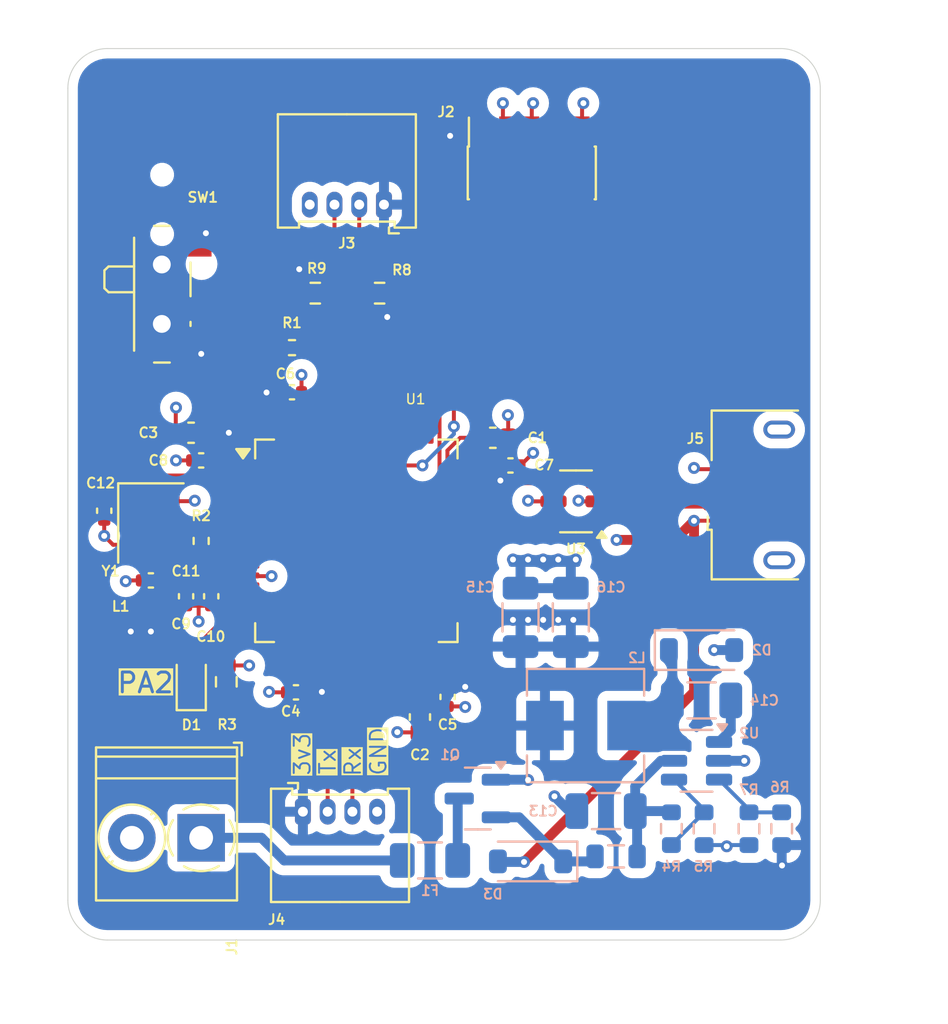
<source format=kicad_pcb>
(kicad_pcb (version 20240108) (generator "pcbnew") (generator_version "8.0")
  (layers (0 "F.Cu" signal) (1 "In1.Cu" power) (2 "In2.Cu" power) (31 "B.Cu" signal) (34 "B.Paste" user) (35 "F.Paste" user) (36 "B.SilkS" user "B.Silkscreen") (37 "F.SilkS" user "F.Silkscreen") (38 "B.Mask" user) (39 "F.Mask" user) (44 "Edge.Cuts" user))
  (net 0 "")
  (net 1 "GND")
  (net 2 "Net-(U1-VCAP_2)")
  (net 3 "Net-(U1-VCAP_1)")
  (net 4 "+3.3V")
  (net 5 "+3.3VA")
  (net 6 "Net-(C11-Pad1)")
  (net 7 "Net-(U1-PH0)")
  (net 8 "Net-(U2-IN)")
  (net 9 "Net-(U2-BST)")
  (net 10 "Net-(D1-K)")
  (net 11 "LED_STATUS")
  (net 12 "+5V")
  (net 13 "Net-(D3-K)")
  (net 14 "Net-(Q1-D)")
  (net 15 "+12V")
  (net 17 "NRST")
  (net 19 "SWO")
  (net 20 "SWCLK")
  (net 21 "SWDIO")
  (net 22 "I2C1_SCL")
  (net 23 "I2C1_SDA")
  (net 24 "UART3_RX")
  (net 25 "UART3_TX")
  (net 27 "/J5D+")
  (net 34 "/J5D-")
  (net 35 "/BOOT0")
  (net 36 "Net-(SW1-B)")
  (net 37 "Net-(U1-PH1)")
  (net 38 "Net-(U2-EN)")
  (net 39 "Net-(U2-FB)")
  (net 72 "USB_D-")
  (net 73 "USB_D+")
  (net 81 "SW_n")
  (footprint "Resistor_SMD:R_0603_1608Metric" (layer "F.Cu") (at 147.495 89.3475 180)
    (property "Reference" "R9")
    (property "Value" "2K2")
  )
  (footprint "Connector_Molex:Molex_PicoBlade_53048-0410_1x04_P1.25mm_Horizontal" (layer "F.Cu") (at 150.965 84.8775 180)
    (property "Reference" "J3")
    (property "Value" "Conn_01x04")
  )
  (footprint "Capacitor_SMD:C_0402_1005Metric" (layer "F.Cu") (at 141.732 97.79 180)
    (property "Reference" "C8")
    (property "Value" "100n")
  )
  (footprint "Connector_USB:USB_Micro-B_Amphenol_10118193-0001LF_Horizontal" (layer "F.Cu") (at 170.925 99.5325 90)
    (property "Reference" "J5")
    (property "Value" "USB_B_Micro")
  )
  (footprint "Crystal:Crystal_SMD_3225-4Pin_3.2x2.5mm" (layer "F.Cu") (at 139.192 100.9475 -90)
    (property "Reference" "Y1")
    (property "Value" "16 MHz")
  )
  (footprint "Capacitor_SMD:C_0402_1005Metric" (layer "F.Cu") (at 142.24 104.648 -90)
    (property "Reference" "C10")
    (property "Value" "100n")
  )
  (footprint "Resistor_SMD:R_0402_1005Metric" (layer "F.Cu") (at 141.732 101.854 -90)
    (property "Reference" "R2")
    (property "Value" "47")
  )
  (footprint "Capacitor_SMD:C_0402_1005Metric" (layer "F.Cu") (at 136.836 100.33 -90)
    (property "Reference" "C12")
    (property "Value" "10p")
  )
  (footprint "LED_SMD:LED_0603_1608Metric" (layer "F.Cu") (at 141.232 108.911 90)
    (property "Reference" "D1")
    (property "Value" "BLUE")
  )
  (footprint "Button_Switch_SMD:SW_SPDT_PCM12" (layer "F.Cu") (at 140.075 89.4 -90)
    (property "Reference" "SW1")
    (property "Value" "SW_SPDT")
  )
  (footprint "Capacitor_SMD:C_0603_1608Metric" (layer "F.Cu") (at 141.224 96.393 180)
    (property "Reference" "C3")
    (property "Value" "4u7")
  )
  (footprint "Inductor_SMD:L_0402_1005Metric" (layer "F.Cu") (at 139.215 105.156)
    (property "Reference" "L1")
    (property "Value" "39n")
  )
  (footprint "Connector_PinSocket_1.27mm:PinSocket_2x05_P1.27mm_Vertical_SMD" (layer "F.Cu") (at 158.43 83.2775 90)
    (property "Reference" "J2")
    (property "Value" "Conn_02x05_Odd_Even")
  )
  (footprint "Connector_Molex:Molex_PicoBlade_53048-0410_1x04_P1.25mm_Horizontal" (layer "F.Cu") (at 146.87 115.521)
    (property "Reference" "J4")
    (property "Value" "Conn_01x04")
  )
  (footprint "Capacitor_SMD:C_0402_1005Metric" (layer "F.Cu") (at 154.178 109.728 -90)
    (property "Reference" "C5")
    (property "Value" "100n")
  )
  (footprint "Resistor_SMD:R_0603_1608Metric" (layer "F.Cu") (at 143.002 108.966 90)
    (property "Reference" "R3")
    (property "Value" "1K5")
  )
  (footprint "Capacitor_SMD:C_0402_1005Metric" (layer "F.Cu") (at 146.32 94.3475)
    (property "Reference" "C6")
    (property "Value" "100n")
  )
  (footprint "Package_QFP:LQFP-64_10x10mm_P0.5mm" (layer "F.Cu") (at 149.57 101.8475)
    (property "Reference" "U1")
    (property "Value" "STM32F405RG6")
  )
  (footprint "Capacitor_SMD:C_0402_1005Metric" (layer "F.Cu") (at 146.52 109.4975 180)
    (property "Reference" "C4")
    (property "Value" "100n")
  )
  (footprint "Capacitor_SMD:C_0402_1005Metric" (layer "F.Cu") (at 157.353 98.044)
    (property "Reference" "C7")
    (property "Value" "100n")
  )
  (footprint "Capacitor_SMD:C_0603_1608Metric" (layer "F.Cu") (at 156.464 96.647)
    (property "Reference" "C1")
    (property "Value" "2u2")
  )
  (footprint "Capacitor_SMD:C_0402_1005Metric" (layer "F.Cu") (at 140.97 104.648 -90)
    (property "Reference" "C9")
    (property "Value" "1u")
  )
  (footprint "Package_TO_SOT_SMD:SOT-23-6" (layer "F.Cu") (at 160.6625 99.8575 180)
    (property "Reference" "U3")
    (property "Value" "USBLC6-2SC6")
  )
  (footprint "Capacitor_SMD:C_0402_1005Metric" (layer "F.Cu") (at 139.192 103.8475 180)
    (property "Reference" "C11")
    (property "Value" "10p")
  )
  (footprint "TerminalBlock_Phoenix:TerminalBlock_Phoenix_PT-1,5-2-3.5-H_1x02_P3.50mm_Horizontal" (layer "F.Cu") (at 141.732 116.84 180)
    (property "Reference" "J1")
    (property "Value" "12V")
  )
  (footprint "Resistor_SMD:R_0603_1608Metric" (layer "F.Cu") (at 150.745 89.3475)
    (property "Reference" "R8")
    (property "Value" "2K2")
  )
  (footprint "Capacitor_SMD:C_0603_1608Metric" (layer "F.Cu") (at 152.781 110.744 -90)
    (property "Reference" "C2")
    (property "Value" "2u2")
  )
  (footprint "Resistor_SMD:R_0402_1005Metric" (layer "F.Cu") (at 146.32 92.0975 180)
    (property "Reference" "R1")
    (property "Value" "R_Small")
  )
  (footprint "Resistor_SMD:R_0603_1608Metric" (layer "B.Cu") (at 165.481 116.381 90)
    (property "Reference" "R4")
    (property "Value" "100k")
  )
  (footprint "Capacitor_SMD:C_1206_3216Metric" (layer "B.Cu") (at 160.401 105.713 90)
    (property "Reference" "C16")
    (property "Value" "10u")
  )
  (footprint "Resistor_SMD:R_0603_1608Metric" (layer "B.Cu") (at 169.4 116.381 90)
    (property "Reference" "R7")
    (property "Value" "100k")
  )
  (footprint "Inductor_SMD:L_Sunlord_MWSA0518S" (layer "B.Cu") (at 161.145 111.174 180)
    (property "Reference" "L2")
    (property "Value" "10u")
  )
  (footprint "Capacitor_SMD:C_1206_3216Metric" (layer "B.Cu") (at 157.861 105.713 90)
    (property "Reference" "C15")
    (property "Value" "10u")
  )
  (footprint "Capacitor_SMD:C_1206_3216Metric" (layer "B.Cu") (at 162.179 115.492 180)
    (property "Reference" "C13")
    (property "Value" "10u")
  )
  (footprint "Package_TO_SOT_SMD:SOT-23-6" (layer "B.Cu") (at 166.751 112.952 180)
    (property "Reference" "U2")
    (property "Value" "MP2359DJ-LF-Z")
  )
  (footprint "Capacitor_SMD:C_1206_3216Metric" (layer "B.Cu") (at 167.005 109.904 180)
    (property "Reference" "C14")
    (property "Value" "10u")
  )
  (footprint "Resistor_SMD:R_0603_1608Metric" (layer "B.Cu") (at 171.051 116.381 -90)
    (property "Reference" "R6")
    (property "Value" "100k")
  )
  (footprint "Inductor_SMD:L_0805_2012Metric" (layer "B.Cu") (at 162.687 117.778)
    (property "Reference" "FB1")
    (property "Value" "600 @ 600 MHz")
  )
  (footprint "Diode_SMD:D_SOD-123" (layer "B.Cu") (at 158.369 118.032 180)
    (property "Reference" "D3")
    (property "Value" "B5819W")
  )
  (footprint "Diode_SMD:D_SOD-123" (layer "B.Cu") (at 167.005 107.364)
    (property "Reference" "D2")
    (property "Value" "B5819W")
  )
  (footprint "Fuse:Fuse_1206_3216Metric" (layer "B.Cu") (at 153.289 117.983 180)
    (property "Reference" "F1")
    (property "Value" "250mA")
  )
  (footprint "Package_TO_SOT_SMD:SOT-23" (layer "B.Cu") (at 155.702 114.857 180)
    (property "Reference" "Q1")
    (property "Value" "AO3401A")
  )
  (footprint "Resistor_SMD:R_0603_1608Metric" (layer "B.Cu") (at 167.132 116.381 90)
    (property "Reference" "R5")
    (property "Value" "68k")
  )
  (gr_line (start 173 79) (end 173 120) (stroke (width 0.05)) (layer "Edge.Cuts"))
  (gr_line (start 171 77) (end 137 77) (stroke (width 0.05)) (layer "Edge.Cuts"))
  (gr_line (start 135 79) (end 135 120) (stroke (width 0.05)) (layer "Edge.Cuts"))
  (gr_arc (start 137 122) (mid 135.585786 121.414214) (end 135 120) (stroke (width 0.05)) (layer "Edge.Cuts"))
  (gr_arc (start 135 79) (mid 135.585786 77.585786) (end 137 77) (stroke (width 0.05)) (layer "Edge.Cuts"))
  (gr_arc (start 173 120) (mid 172.414214 121.414214) (end 171 122) (stroke (width 0.05)) (layer "Edge.Cuts"))
  (gr_arc (start 171 77) (mid 172.414214 77.585786) (end 173 79) (stroke (width 0.05)) (layer "Edge.Cuts"))
  (gr_line (start 137 122) (end 171 122) (stroke (width 0.05)) (layer "Edge.Cuts"))
  (gr_text "GND" (at 151.15 113.76 90) (layer "F.SilkS" knockout) (effects (font (size 0.8 0.8) (thickness 0.1)) (justify left bottom)))
  (gr_text "3v3" (at 147.31 113.75 90) (layer "F.SilkS" knockout) (effects (font (size 0.8 0.8) (thickness 0.1)) (justify left bottom)))
  (gr_text "Rx" (at 149.86 113.8 90) (layer "F.SilkS" knockout) (effects (font (size 0.8 0.8) (thickness 0.1)) (justify left bottom)))
  (gr_text "Tx" (at 148.59 113.7 90) (layer "F.SilkS" knockout) (effects (font (size 0.8 0.8) (thickness 0.1)) (justify left bottom)))
  (gr_text "PA2" (at 137.414 109.601 0) (layer "F.SilkS" knockout) (effects (font (size 1 1)) (justify left bottom)))
  (segment (start 141.735349 92.411198) (end 141.735349 91.880349) (width 0.2) (layer "F.Cu") (net 1))
  (segment (start 141.3825 99.8475) (end 140.042 99.8475) (width 0.2) (layer "F.Cu") (net 1))
  (segment (start 137.2835 102.0475) (end 136.836 101.6) (width 0.2) (layer "F.Cu") (net 1))
  (segment (start 161.8 99.8575) (end 160.82231 99.8575) (width 0.2) (layer "F.Cu") (net 1))
  (segment (start 158.43 80.7225) (end 158.43 81.4775) (width 0.2) (layer "F.Cu") (net 1))
  (segment (start 156.972 80.5345) (end 157.16 80.7225) (width 0.2) (layer "F.Cu") (net 1))
  (segment (start 157.239 96.647) (end 157.239 95.517) (width 0.2) (layer "F.Cu") (net 1))
  (segment (start 146.32 109.2175) (end 146.32 107.5225) (width 0.2) (layer "F.Cu") (net 1))
  (segment (start 136.836 100.81) (end 136.836 101.6) (width 0.2) (layer "F.Cu") (net 1))
  (segment (start 144.157 108.141) (end 143.002 108.141) (width 0.2) (layer "F.Cu") (net 1))
  (segment (start 146.04 109.4975) (end 146.04 109.6775) (width 0.2) (layer "F.Cu") (net 1))
  (segment (start 145.288 103.632) (end 143.9295 103.632) (width 0.2) (layer "F.Cu") (net 1))
  (segment (start 160.97 79.822) (end 161.036 79.756) (width 0.2) (layer "F.Cu") (net 1))
  (segment (start 138.712 103.8475) (end 137.9605 103.8475) (width 0.2) (layer "F.Cu") (net 1))
  (segment (start 140.97 105.128) (end 141.732 105.128) (width 0.2) (layer "F.Cu") (net 1))
  (segment (start 141.408 99.822) (end 141.3825 99.8475) (width 0.2) (layer "F.Cu") (net 1))
  (segment (start 157.16 80.7225) (end 157.16 81.4775) (width 0.2) (layer "F.Cu") (net 1))
  (segment (start 157.833 98.044) (end 157.861 98.044) (width 0.2) (layer "F.Cu") (net 1))
  (segment (start 166.6855 98.2325) (end 166.624 98.171) (width 0.2) (layer "F.Cu") (net 1))
  (segment (start 143.9295 103.632) (end 143.895 103.5975) (width 0.2) (layer "F.Cu") (net 1))
  (segment (start 138.082 101.8075) (end 138.092 101.7975) (width 0.2) (layer "F.Cu") (net 1))
  (segment (start 138.342 102.0475) (end 138.342 101.9475) (width 0.2) (layer "F.Cu") (net 1))
  (segment (start 146.04 109.4975) (end 146.32 109.2175) (width 0.2) (layer "F.Cu") (net 1))
  (segment (start 137.9605 103.8475) (end 137.922 103.886) (width 0.2) (layer "F.Cu") (net 1))
  (segment (start 155.039 110.208) (end 155.067 110.236) (width 0.2) (layer "F.Cu") (net 1))
  (segment (start 151.651 111.519) (end 151.638 111.506) (width 0.2) (layer "F.Cu") (net 1))
  (segment (start 146.32 96.1725) (end 146.32 94.8275) (width 0.2) (layer "F.Cu") (net 1))
  (segment (start 140.042 100.2475) (end 140.042 99.8475) (width 0.2) (layer "F.Cu") (net 1))
  (segment (start 158.43 81.4775) (end 158.43 79.822) (width 0.2) (layer "F.Cu") (net 1))
  (segment (start 152.781 111.519) (end 151.651 111.519) (width 0.2) (layer "F.Cu") (net 1))
  (segment (start 146.32 94.8275) (end 146.8 94.3475) (width 0.2) (layer "F.Cu") (net 1))
  (segment (start 138.342 101.9475) (end 140.042 100.2475) (width 0.2) (layer "F.Cu") (net 1))
  (segment (start 138.342 102.0475) (end 137.2835 102.0475) (width 0.2) (layer "F.Cu") (net 1))
  (segment (start 141.732 105.128) (end 142.24 105.128) (width 0.2) (layer "F.Cu") (net 1))
  (segment (start 141.735349 91.880349) (end 141.505 91.65) (width 0.2) (layer "F.Cu") (net 1))
  (segment (start 141.252 97.79) (end 140.462 97.79) (width 0.2) (layer "F.Cu") (net 1))
  (segment (start 157.239 95.517) (end 157.226 95.504) (width 0.2) (layer "F.Cu") (net 1))
  (segment (start 140.449 96.393) (end 140.449 95.136) (width 0.2) (layer "F.Cu") (net 1))
  (segment (start 141.605 105.128) (end 141.605 105.918) (width 0.2) (layer "F.Cu") (net 1))
  (segment (start 140.449 95.136) (end 140.462 95.123) (width 0.2) (layer "F.Cu") (net 1))
  (segment (start 146.04 109.4975) (end 145.1845 109.4975) (width 0.2) (layer "F.Cu") (net 1))
  (segment (start 160.82231 99.8575) (end 160.786425 99.821615) (width 0.2) (layer "F.Cu") (net 1))
  (segment (start 158.43 79.822) (end 158.496 79.756) (width 0.2) (layer "F.Cu") (net 1))
  (segment (start 157.861 98.044) (end 158.496 97.409) (width 0.2) (layer "F.Cu") (net 1))
  (segment (start 160.97 81.4775) (end 160.97 79.822) (width 0.2) (layer "F.Cu") (net 1))
  (segment (start 156.972 79.756) (end 156.972 80.5345) (width 0.2) (layer "F.Cu") (net 1))
  (segment (start 154.178 110.208) (end 155.039 110.208) (width 0.2) (layer "F.Cu") (net 1))
  (segment (start 145.1845 109.4975) (end 145.161 109.474) (width 0.2) (layer "F.Cu") (net 1))
  (segment (start 168.25 98.2325) (end 166.6855 98.2325) (width 0.2) (layer "F.Cu") (net 1))
  (segment (start 146.8 93.472) (end 146.8 94.3475) (width 0.2) (layer "F.Cu") (net 1))
  (via (at 141.735349 92.411198) (size 0.6) (drill 0.3) (layers "F.Cu" "B.Cu") (net 1))
  (via (at 159.004 102.792) (size 0.6) (drill 0.3) (layers "F.Cu" "B.Cu") (net 1))
  (via (at 159.766 102.792) (size 0.6) (drill 0.3) (layers "F.Cu" "B.Cu") (net 1))
  (via (at 136.836 101.6) (size 0.6) (drill 0.3) (layers "F.Cu" "B.Cu") (net 1))
  (via (at 158.496 97.409) (size 0.6) (drill 0.3) (layers "F.Cu" "B.Cu") (net 1))
  (via (at 169.164 112.952) (size 0.6) (drill 0.3) (layers "F.Cu" "B.Cu") (net 1))
  (via (at 161.036 79.756) (size 0.6) (drill 0.3) (layers "F.Cu" "B.Cu") (net 1))
  (via (at 168.275 117.27) (size 0.6) (drill 0.3) (layers "F.Cu" "B.Cu") (net 1))
  (via (at 144.157 108.141) (size 0.6) (drill 0.3) (layers "F.Cu" "B.Cu") (net 1))
  (via (at 140.462 95.123) (size 0.6) (drill 0.3) (layers "F.Cu" "B.Cu") (net 1))
  (via (at 145.161 109.474) (size 0.6) (drill 0.3) (layers "F.Cu" "B.Cu") (net 1))
  (via (at 166.624 98.171) (size 0.6) (drill 0.3) (layers "F.Cu" "B.Cu") (net 1))
  (via (at 140.462 97.79) (size 0.6) (drill 0.3) (layers "F.Cu" "B.Cu") (net 1))
  (via (at 158.496 79.756) (size 0.6) (drill 0.3) (layers "F.Cu" "B.Cu") (net 1))
  (via (at 137.922 103.886) (size 0.6) (drill 0.3) (layers "F.Cu" "B.Cu") (net 1))
  (via (at 145.288 103.632) (size 0.6) (drill 0.3) (layers "F.Cu" "B.Cu") (net 1))
  (via (at 167.64 107.364) (size 0.6) (drill 0.3) (layers "F.Cu" "B.Cu") (net 1))
  (via (at 151.638 111.506) (size 0.6) (drill 0.3) (layers "F.Cu" "B.Cu") (net 1))
  (via (at 155.067 110.236) (size 0.6) (drill 0.3) (layers "F.Cu" "B.Cu") (net 1))
  (via (at 157.226 95.504) (size 0.6) (drill 0.3) (layers "F.Cu" "B.Cu") (net 1))
  (via (at 146.8 93.472) (size 0.6) (drill 0.3) (layers "F.Cu" "B.Cu") (net 1))
  (via (at 160.655 102.792) (size 0.6) (drill 0.3) (layers "F.Cu" "B.Cu") (net 1))
  (via (at 141.605 105.918) (size 0.6) (drill 0.3) (layers "F.Cu" "B.Cu") (net 1))
  (via (at 159.5755 114.7445) (size 0.6) (drill 0.3) (layers "F.Cu" "B.Cu") (net 1))
  (via (at 158.242 113.919) (size 0.6) (drill 0.3) (layers "F.Cu" "B.Cu") (net 1))
  (via (at 141.408 99.822) (size 0.6) (drill 0.3) (layers "F.Cu" "B.Cu") (net 1))
  (via (at 160.786425 99.821615) (size 0.6) (drill 0.3) (layers "F.Cu" "B.Cu") (net 1))
  (via (at 156.972 79.756) (size 0.6) (drill 0.3) (layers "F.Cu" "B.Cu") (net 1))
  (via (at 157.48 102.792) (size 0.6) (drill 0.3) (layers "F.Cu" "B.Cu") (net 1))
  (via (at 158.242 102.792) (size 0.6) (drill 0.3) (layers "F.Cu" "B.Cu") (net 1))
  (segment (start 158.242 113.919) (end 158.23 113.907) (width 0.5) (layer "B.Cu") (net 1))
  (segment (start 158.23 113.907) (end 156.6395 113.907) (width 0.5) (layer "B.Cu") (net 1))
  (segment (start 167.8885 112.952) (end 169.164 112.952) (width 0.5) (layer "B.Cu") (net 1))
  (segment (start 169.4 117.206) (end 168.339 117.206) (width 0.2) (layer "B.Cu") (net 1))
  (segment (start 167.132 117.206) (end 168.211 117.206) (width 0.2) (layer "B.Cu") (net 1))
  (segment (start 158.254 113.907) (end 158.242 113.919) (width 0.5) (layer "B.Cu") (net 1))
  (segment (start 168.211 117.206) (end 168.275 117.27) (width 0.2) (layer "B.Cu") (net 1))
  (segment (start 167.64 107.364) (end 168.655 107.364) (width 0.5) (layer "B.Cu") (net 1))
  (segment (start 159.5755 114.7445) (end 160.323 115.492) (width 0.5) (layer "B.Cu") (net 1))
  (segment (start 168.339 117.206) (end 168.275 117.27) (width 0.2) (layer "B.Cu") (net 1))
  (segment (start 160.323 115.492) (end 160.704 115.492) (width 0.5) (layer "B.Cu") (net 1))
  (segment (start 154.813 96.647) (end 155.689 96.647) (width 0.2) (layer "F.Cu") (net 2))
  (segment (start 154.17 97.29) (end 154.813 96.647) (width 0.2) (layer "F.Cu") (net 2))
  (segment (start 154.43759 98.5975) (end 154.17 98.32991) (width 0.2) (layer "F.Cu") (net 2))
  (segment (start 154.17 98.32991) (end 154.17 97.29) (width 0.2) (layer "F.Cu") (net 2))
  (segment (start 155.245 98.5975) (end 154.43759 98.5975) (width 0.2) (layer "F.Cu") (net 2))
  (segment (start 152.781 109.969) (end 152.781 107.5615) (width 0.2) (layer "F.Cu") (net 3))
  (segment (start 152.781 107.5615) (end 152.82 107.5225) (width 0.2) (layer "F.Cu") (net 3))
  (segment (start 151.57 90.111) (end 151.13 90.551) (width 0.2) (layer "F.Cu") (net 4))
  (segment (start 153.32 108.39) (end 154.178 109.248) (width 0.2) (layer "F.Cu") (net 4))
  (segment (start 142.5195 98.0975) (end 142.212 97.79) (width 0.2) (layer "F.Cu") (net 4))
  (segment (start 156.845 98.806) (end 156.873 98.778) (width 0.2) (layer "F.Cu") (net 4))
  (segment (start 145.82 94.3675) (end 145.84 94.3475) (width 0.2) (layer "F.Cu") (net 4))
  (segment (start 147 109.4975) (end 147.8045 109.4975) (width 0.2) (layer "F.Cu") (net 4))
  (segment (start 154.3755 81.4775) (end 154.305 81.407) (width 0.2) (layer "F.Cu") (net 4))
  (segment (start 146.82 109.3175) (end 146.82 107.5225) (width 0.2) (layer "F.Cu") (net 4))
  (segment (start 145.84 94.3475) (end 145.0475 94.3475) (width 0.2) (layer "F.Cu") (net 4))
  (segment (start 147 109.4975) (end 146.82 109.3175) (width 0.2) (layer "F.Cu") (net 4))
  (segment (start 145.0475 94.3475) (end 145.034 94.361) (width 0.2) (layer "F.Cu") (net 4))
  (segment (start 154.178 109.248) (end 155.039 109.248) (width 0.2) (layer "F.Cu") (net 4))
  (segment (start 155.039 109.248) (end 155.067 109.22) (width 0.2) (layer "F.Cu") (net 4))
  (segment (start 145.82 96.1725) (end 145.82 94.3675) (width 0.2) (layer "F.Cu") (net 4))
  (segment (start 141.971 86.3205) (end 141.971 86.684) (width 0.2) (layer "F.Cu") (net 4))
  (segment (start 141.999 96.393) (end 143.129 96.393) (width 0.2) (layer "F.Cu") (net 4))
  (segment (start 156.873 98.778) (end 156.873 98.044) (width 0.2) (layer "F.Cu") (net 4))
  (segment (start 141.999 97.577) (end 142.212 97.79) (width 0.2) (layer "F.Cu") (net 4))
  (segment (start 146.67 88.153) (end 146.685 88.138) (width 0.2) (layer "F.Cu") (net 4))
  (segment (start 141.971 86.684) (end 141.505 87.15) (width 0.2) (layer "F.Cu") (net 4))
  (segment (start 153.32 107.5225) (end 153.32 108.39) (width 0.2) (layer "F.Cu") (net 4))
  (segment (start 143.895 98.0975) (end 142.5195 98.0975) (width 0.2) (layer "F.Cu") (net 4))
  (segment (start 151.57 89.3475) (end 151.57 90.111) (width 0.2) (layer "F.Cu") (net 4))
  (segment (start 155.89 81.4775) (end 154.3755 81.4775) (width 0.2) (layer "F.Cu") (net 4))
  (segment (start 147.8045 109.4975) (end 147.828 109.474) (width 0.2) (layer "F.Cu") (net 4))
  (segment (start 155.245 98.0975) (end 156.8195 98.0975) (width 0.2) (layer "F.Cu") (net 4))
  (segment (start 146.67 89.3475) (end 146.67 88.153) (width 0.2) (layer "F.Cu") (net 4))
  (segment (start 141.999 96.393) (end 141.999 97.577) (width 0.2) (layer "F.Cu") (net 4))
  (segment (start 156.8195 98.0975) (end 156.873 98.044) (width 0.2) (layer "F.Cu") (net 4))
  (segment (start 155.19 98.0425) (end 155.245 98.0975) (width 0.2) (layer "F.Cu") (net 4))
  (via (at 138.176 106.426) (size 0.6) (drill 0.3) (layers "F.Cu" "B.Cu") (net 4))
  (via (at 147.828 109.474) (size 0.6) (drill 0.3) (layers "F.Cu" "B.Cu") (net 4))
  (via (at 158.242 105.84) (size 0.6) (drill 0.3) (layers "F.Cu" "B.Cu") (net 4))
  (via (at 171.069 118.237) (size 0.6) (drill 0.3) (layers "F.Cu" "B.Cu") (net 4))
  (via (at 157.48 105.84) (size 0.6) (drill 0.3) (layers "F.Cu" "B.Cu") (net 4))
  (via (at 160.528 105.84) (size 0.6) (drill 0.3) (layers "F.Cu" "B.Cu") (net 4))
  (via (at 154.305 81.407) (size 0.6) (drill 0.3) (layers "F.Cu" "B.Cu") (net 4))
  (via (at 141.971 86.3205) (size 0.6) (drill 0.3) (layers "F.Cu" "B.Cu") (net 4))
  (via (at 159.766 105.84) (size 0.6) (drill 0.3) (layers "F.Cu" "B.Cu") (net 4))
  (via (at 143.129 96.393) (size 0.6) (drill 0.3) (layers "F.Cu" "B.Cu") (net 4))
  (via (at 155.067 109.22) (size 0.6) (drill 0.3) (layers "F.Cu" "B.Cu") (net 4))
  (via (at 151.13 90.551) (size 0.6) (drill 0.3) (layers "F.Cu" "B.Cu") (net 4))
  (via (at 159.004 105.84) (size 0.6) (drill 0.3) (layers "F.Cu" "B.Cu") (net 4))
  (via (at 146.685 88.138) (size 0.6) (drill 0.3) (layers "F.Cu" "B.Cu") (net 4))
  (via (at 156.845 98.806) (size 0.6) (drill 0.3) (layers "F.Cu" "B.Cu") (net 4))
  (via (at 139.192 106.426) (size 0.6) (drill 0.3) (layers "F.Cu" "B.Cu") (net 4))
  (via (at 145.034 94.361) (size 0.6) (drill 0.3) (layers "F.Cu" "B.Cu") (net 4))
  (segment (start 171.051 117.206) (end 171.051 118.219) (width 0.2) (layer "B.Cu") (net 4))
  (segment (start 171.051 118.219) (end 171.069 118.237) (width 0.2) (layer "B.Cu") (net 4))
  (segment (start 143.025001 104.0975) (end 143.895 104.0975) (width 0.2) (layer "F.Cu") (net 5))
  (segment (start 143.025001 104.0975) (end 142.954501 104.168) (width 0.2) (layer "F.Cu") (net 5))
  (segment (start 139.982 105.156) (end 140.97 104.168) (width 0.2) (layer "F.Cu") (net 5))
  (segment (start 142.24 104.168) (end 140.97 104.168) (width 0.2) (layer "F.Cu") (net 5))
  (segment (start 142.954501 104.168) (end 142.24 104.168) (width 0.2) (layer "F.Cu") (net 5))
  (segment (start 139.7 105.156) (end 139.982 105.156) (width 0.2) (layer "F.Cu") (net 5))
  (segment (start 140.202 101.7975) (end 140.292 101.7975) (width 0.2) (layer "F.Cu") (net 6))
  (segment (start 140.3585 102.364) (end 140.042 102.0475) (width 0.2) (layer "F.Cu") (net 6))
  (segment (start 140.042 103.4775) (end 139.672 103.8475) (width 0.2) (layer "F.Cu") (net 6))
  (segment (start 139.882 102.2075) (end 140.042 102.0475) (width 0.2) (layer "F.Cu") (net 6))
  (segment (start 141.732 102.364) (end 140.3585 102.364) (width 0.2) (layer "F.Cu") (net 6))
  (segment (start 140.042 102.0475) (end 140.042 103.4775) (width 0.2) (layer "F.Cu") (net 6))
  (segment (start 138.342 99.332) (end 138.342 99.8475) (width 0.2) (layer "F.Cu") (net 7))
  (segment (start 138.342 99.8475) (end 138.342 99.6475) (width 0.2) (layer "F.Cu") (net 7))
  (segment (start 138.342 99.8475) (end 136.8385 99.8475) (width 0.2) (layer "F.Cu") (net 7))
  (segment (start 143.08759 100.0975) (end 143.895 100.0975) (width 0.2) (layer "F.Cu") (net 7))
  (segment (start 138.092 100.0975) (end 138.502 100.0975) (width 0.2) (layer "F.Cu") (net 7))
  (segment (start 141.54209 98.552) (end 143.08759 100.0975) (width 0.2) (layer "F.Cu") (net 7))
  (segment (start 139.4375 98.552) (end 141.54209 98.552) (width 0.2) (layer "F.Cu") (net 7))
  (segment (start 138.342 99.6475) (end 139.4375 98.552) (width 0.2) (layer "F.Cu") (net 7))
  (segment (start 136.8385 99.8475) (end 136.836 99.85) (width 0.2) (layer "F.Cu") (net 7))
  (segment (start 165.6135 112.952) (end 164.951001 112.952) (width 0.5) (layer "B.Cu") (net 8))
  (segment (start 163.7495 115.5875) (end 163.654 115.492) (width 0.5) (layer "B.Cu") (net 8))
  (segment (start 163.654 114.249001) (end 163.654 115.492) (width 0.5) (layer "B.Cu") (net 8))
  (segment (start 164.951001 112.952) (end 163.654 114.249001) (width 0.5) (layer "B.Cu") (net 8))
  (segment (start 163.654 115.492) (end 165.417 115.492) (width 0.5) (layer "B.Cu") (net 8))
  (segment (start 165.417 115.492) (end 165.481 115.556) (width 0.5) (layer "B.Cu") (net 8))
  (segment (start 163.7495 117.778) (end 163.7495 115.5875) (width 0.5) (layer "B.Cu") (net 8))
  (segment (start 168.48 109.904) (end 168.48 111.4105) (width 0.5) (layer "B.Cu") (net 9))
  (segment (start 168.48 111.4105) (end 167.8885 112.002) (width 0.5) (layer "B.Cu") (net 9))
  (segment (start 141.3245 109.791) (end 141.232 109.6985) (width 0.2) (layer "F.Cu") (net 10))
  (segment (start 143.002 109.791) (end 141.3245 109.791) (width 0.2) (layer "F.Cu") (net 10))
  (segment (start 143.0685 105.5975) (end 141.232 107.434) (width 0.2) (layer "F.Cu") (net 11))
  (segment (start 141.232 107.434) (end 141.232 108.1235) (width 0.2) (layer "F.Cu") (net 11))
  (segment (start 141.2095 108.146) (end 141.232 108.1235) (width 0.2) (layer "F.Cu") (net 11))
  (segment (start 143.895 105.5975) (end 143.0685 105.5975) (width 0.2) (layer "F.Cu") (net 11))
  (segment (start 166.624 109.474) (end 158.0388 118.0592) (width 0.5) (layer "F.Cu") (net 12))
  (segment (start 168.25 100.8325) (end 166.6295 100.8325) (width 0.2) (layer "F.Cu") (net 12))
  (segment (start 165.6588 101.8032) (end 166.624 100.838) (width 0.5) (layer "F.Cu") (net 12))
  (segment (start 158.2775 99.8575) (end 158.242 99.822) (width 0.2) (layer "F.Cu") (net 12))
  (segment (start 166.624 100.838) (end 166.624 101.346) (width 0.5) (layer "F.Cu") (net 12))
  (segment (start 159.525 99.8575) (end 158.2775 99.8575) (width 0.2) (layer "F.Cu") (net 12))
  (segment (start 162.7124 101.8032) (end 165.6588 101.8032) (width 0.5) (layer "F.Cu") (net 12))
  (segment (start 166.624 101.346) (end 166.624 109.474) (width 0.5) (layer "F.Cu") (net 12))
  (segment (start 166.6295 100.8325) (end 166.624 100.838) (width 0.2) (layer "F.Cu") (net 12))
  (via (at 158.242 99.822) (size 0.6) (drill 0.3) (layers "F.Cu" "B.Cu") (net 12))
  (via (at 158.0388 118.0592) (size 0.6) (drill 0.3) (layers "F.Cu" "B.Cu") (net 12))
  (via (at 166.624 100.838) (size 0.6) (drill 0.3) (layers "F.Cu" "B.Cu") (net 12))
  (via (at 162.7124 101.8032) (size 0.6) (drill 0.3) (layers "F.Cu" "B.Cu") (net 12))
  (segment (start 156.7462 118.0592) (end 156.719 118.032) (width 0.5) (layer "B.Cu") (net 12))
  (segment (start 158.0388 118.0592) (end 156.7462 118.0592) (width 0.5) (layer "B.Cu") (net 12))
  (segment (start 161.3705 118.032) (end 161.6245 117.778) (width 0.5) (layer "B.Cu") (net 13))
  (segment (start 157.794 115.807) (end 160.019 118.032) (width 0.5) (layer "B.Cu") (net 13))
  (segment (start 160.019 118.032) (end 161.3705 118.032) (width 0.5) (layer "B.Cu") (net 13))
  (segment (start 156.6395 115.807) (end 157.794 115.807) (width 0.5) (layer "B.Cu") (net 13))
  (segment (start 154.689 117.983) (end 154.689 114.9325) (width 0.5) (layer "B.Cu") (net 14))
  (segment (start 154.689 114.9325) (end 154.7645 114.857) (width 0.5) (layer "B.Cu") (net 14))
  (segment (start 145.923 117.983) (end 151.889 117.983) (width 0.5) (layer "B.Cu") (net 15))
  (segment (start 144.78 116.84) (end 145.923 117.983) (width 0.5) (layer "B.Cu") (net 15))
  (segment (start 141.732 116.84) (end 144.78 116.84) (width 0.5) (layer "B.Cu") (net 15))
  (segment (start 152.908 98.044) (end 147.85591 98.044) (width 0.2) (layer "F.Cu") (net 17))
  (segment (start 147.85591 98.044) (end 144.80241 101.0975) (width 0.2) (layer "F.Cu") (net 17))
  (segment (start 144.80241 101.0975) (end 143.895 101.0975) (width 0.2) (layer "F.Cu") (net 17))
  (segment (start 160.97 86.045) (end 160.97 85.0775) (width 0.2) (layer "F.Cu") (net 17))
  (segment (start 154.4955 96.0755) (end 154.4955 92.5195) (width 0.2) (layer "F.Cu") (net 17))
  (segment (start 154.4955 92.5195) (end 160.97 86.045) (width 0.2) (layer "F.Cu") (net 17))
  (via (at 152.908 98.044) (size 0.6) (drill 0.3) (layers "F.Cu" "B.Cu") (net 17))
  (via (at 154.4955 96.0755) (size 0.6) (drill 0.3) (layers "F.Cu" "B.Cu") (net 17))
  (segment (start 154.4955 96.4565) (end 152.908 98.044) (width 0.2) (layer "B.Cu") (net 17))
  (segment (start 154.4955 96.0755) (end 154.4955 96.4565) (width 0.2) (layer "B.Cu") (net 17))
  (segment (start 155.194 83.058) (end 157.607 83.058) (width 0.2) (layer "F.Cu") (net 19))
  (segment (start 157.607 83.058) (end 158.43 83.881) (width 0.2) (layer "F.Cu") (net 19))
  (segment (start 158.43 83.881) (end 158.43 85.0775) (width 0.2) (layer "F.Cu") (net 19))
  (segment (start 150.32 96.1725) (end 150.32 94.917) (width 0.2) (layer "F.Cu") (net 19))
  (segment (start 152.781 85.471) (end 155.194 83.058) (width 0.2) (layer "F.Cu") (net 19))
  (segment (start 150.32 94.917) (end 152.781 92.456) (width 0.2) (layer "F.Cu") (net 19))
  (segment (start 152.781 92.456) (end 152.781 85.471) (width 0.2) (layer "F.Cu") (net 19))
  (segment (start 156.591 83.566) (end 157.16 84.135) (width 0.2) (layer "F.Cu") (net 20))
  (segment (start 153.32 85.6225) (end 155.3765 83.566) (width 0.2) (layer "F.Cu") (net 20))
  (segment (start 155.3765 83.566) (end 156.591 83.566) (width 0.2) (layer "F.Cu") (net 20))
  (segment (start 157.16 84.135) (end 157.16 85.0775) (width 0.2) (layer "F.Cu") (net 20))
  (segment (start 153.32 96.1725) (end 153.32 85.6225) (width 0.2) (layer "F.Cu") (net 20))
  (segment (start 153.77 98.582686) (end 154.284814 99.0975) (width 0.2) (layer "F.Cu") (net 21))
  (segment (start 155.89 84.4025) (end 155.89 85.0775) (width 0.2) (layer "F.Cu") (net 21))
  (segment (start 155.89 86.299) (end 153.77 88.419) (width 0.2) (layer "F.Cu") (net 21))
  (segment (start 155.89 85.0775) (end 155.89 86.299) (width 0.2) (layer "F.Cu") (net 21))
  (segment (start 153.77 88.419) (end 153.77 98.582686) (width 0.2) (layer "F.Cu") (net 21))
  (segment (start 154.284814 99.0975) (end 155.245 99.0975) (width 0.2) (layer "F.Cu") (net 21))
  (segment (start 149.715 84.8775) (end 149.715 89.1425) (width 0.2) (layer "F.Cu") (net 22))
  (segment (start 148.82 92.48) (end 149.92 91.38) (width 0.2) (layer "F.Cu") (net 22))
  (segment (start 148.82 96.1725) (end 148.82 92.48) (width 0.2) (layer "F.Cu") (net 22))
  (segment (start 149.715 89.1425) (end 149.92 89.3475) (width 0.2) (layer "F.Cu") (net 22))
  (segment (start 149.92 91.38) (end 149.92 89.3475) (width 0.2) (layer "F.Cu") (net 22))
  (segment (start 148.465 84.8775) (end 148.465 89.2025) (width 0.2) (layer "F.Cu") (net 23))
  (segment (start 148.465 89.2025) (end 148.32 89.3475) (width 0.2) (layer "F.Cu") (net 23))
  (segment (start 148.32 96.1725) (end 148.32 89.3475) (width 0.2) (layer "F.Cu") (net 23))
  (segment (start 149.37 111.543186) (end 152.32 108.593186) (width 0.2) (layer "F.Cu") (net 24))
  (segment (start 149.37 115.521) (end 149.37 111.543186) (width 0.2) (layer "F.Cu") (net 24))
  (segment (start 152.32 108.593186) (end 152.32 107.5225) (width 0.2) (layer "F.Cu") (net 24))
  (segment (start 148.12 115.521) (end 148.12 112.2275) (width 0.2) (layer "F.Cu") (net 25))
  (segment (start 148.12 112.2275) (end 151.82 108.5275) (width 0.2) (layer "F.Cu") (net 25))
  (segment (start 151.82 108.5275) (end 151.82 107.5225) (width 0.2) (layer "F.Cu") (net 25))
  (segment (start 167.144655 99.625344) (end 163.511595 99.625344) (width 0.261112) (layer "F.Cu") (net 27))
  (segment (start 168.25 99.5325) (end 167.237499 99.5325) (width 0.261112) (layer "F.Cu") (net 27))
  (segment (start 167.237499 99.5325) (end 167.144655 99.625344) (width 0.261112) (layer "F.Cu") (net 27))
  (segment (start 162.793751 98.9075) (end 161.8 98.9075) (width 0.261112) (layer "F.Cu") (net 27))
  (segment (start 163.511595 99.625344) (end 162.793751 98.9075) (width 0.261112) (layer "F.Cu") (net 27))
  (segment (start 167.237499 100.1825) (end 167.144655 100.089656) (width 0.261112) (layer "F.Cu") (net 34))
  (segment (start 163.511595 100.089656) (end 162.793751 100.8075) (width 0.261112) (layer "F.Cu") (net 34))
  (segment (start 168.25 100.1825) (end 167.237499 100.1825) (width 0.261112) (layer "F.Cu") (net 34))
  (segment (start 162.793751 100.8075) (end 161.8 100.8075) (width 0.261112) (layer "F.Cu") (net 34))
  (segment (start 167.144655 100.089656) (end 163.511595 100.089656) (width 0.261112) (layer "F.Cu") (net 34))
  (segment (start 147.32 92.0975) (end 147.82 92.5975) (width 0.2) (layer "F.Cu") (net 35))
  (segment (start 147.82 92.5975) (end 147.82 96.1725) (width 0.2) (layer "F.Cu") (net 35))
  (segment (start 146.83 92.0975) (end 147.32 92.0975) (width 0.2) (layer "F.Cu") (net 35))
  (segment (start 145.81 92.0975) (end 143.8625 90.15) (width 0.2) (layer "F.Cu") (net 36))
  (segment (start 143.8625 90.15) (end 141.505 90.15) (width 0.2) (layer "F.Cu") (net 36))
  (segment (start 141.770148 90.415148) (end 141.505 90.15) (width 0.2) (layer "F.Cu") (net 36))
  (segment (start 143.08759 100.5975) (end 142.34109 101.344) (width 0.2) (layer "F.Cu") (net 37))
  (segment (start 142.34109 101.344) (end 141.732 101.344) (width 0.2) (layer "F.Cu") (net 37))
  (segment (start 143.845 100.5475) (end 143.895 100.5975) (width 0.2) (layer "F.Cu") (net 37))
  (segment (start 143.08759 100.5975) (end 143.895 100.5975) (width 0.2) (layer "F.Cu") (net 37))
  (segment (start 165.6135 113.902) (end 167.132 115.4205) (width 0.2) (layer "B.Cu") (net 38))
  (segment (start 167.132 115.4205) (end 167.132 115.556) (width 0.2) (layer "B.Cu") (net 38))
  (segment (start 165.481 117.206) (end 165.482 117.206) (width 0.2) (layer "B.Cu") (net 38))
  (segment (start 165.482 117.206) (end 167.132 115.556) (width 0.2) (layer "B.Cu") (net 38))
  (segment (start 167.8885 113.902) (end 169.4 115.4135) (width 0.2) (layer "B.Cu") (net 39))
  (segment (start 169.4 115.4135) (end 169.4 115.556) (width 0.2) (layer "B.Cu") (net 39))
  (segment (start 169.4 115.556) (end 171.051 115.556) (width 0.2) (layer "B.Cu") (net 39))
  (segment (start 157.112656 100.089656) (end 156.391799 100.089656) (width 0.261112) (layer "F.Cu") (net 72))
  (segment (start 157.8305 100.8075) (end 157.112656 100.089656) (width 0.261112) (layer "F.Cu") (net 72))
  (segment (start 155.87 100.0975) (end 155.245 100.0975) (width 0.261112) (layer "F.Cu") (net 72))
  (segment (start 156.391799 100.089656) (end 156.381799 100.079656) (width 0.261112) (layer "F.Cu") (net 72))
  (segment (start 155.887844 100.079656) (end 155.87 100.0975) (width 0.261112) (layer "F.Cu") (net 72))
  (segment (start 159.525 100.8075) (end 157.8305 100.8075) (width 0.261112) (layer "F.Cu") (net 72))
  (segment (start 156.381799 100.079656) (end 155.887844 100.079656) (width 0.261112) (layer "F.Cu") (net 72))
  (segment (start 157.7595 98.9075) (end 157.0695 99.5975) (width 0.261112) (layer "F.Cu") (net 73))
  (segment (start 157.0695 99.5975) (end 155.245 99.5975) (width 0.261112) (layer "F.Cu") (net 73))
  (segment (start 159.525 98.9075) (end 157.7595 98.9075) (width 0.261112) (layer "F.Cu") (net 73))
  (segment (start 164.7855 111.174) (end 165.6135 112.002) (width 0.5) (layer "B.Cu") (net 81))
  (segment (start 165.53 109.904) (end 165.53 111.9185) (width 0.5) (layer "B.Cu") (net 81))
  (segment (start 165.53 109.904) (end 165.53 107.539) (width 0.5) (layer "B.Cu") (net 81))
  (segment (start 165.53 111.9185) (end 165.6135 112.002) (width 0.5) (layer "B.Cu") (net 81))
  (segment (start 163.195 111.174) (end 164.7855 111.174) (width 0.5) (layer "B.Cu") (net 81))
  (segment (start 165.53 107.539) (end 165.355 107.364) (width 0.5) (layer "B.Cu") (net 81))
  (zone (net 4) (net_name "+3.3V") (layer "F.Cu") (priority 1) (connect_pads yes (clearance 0.5)) (min_thickness 0.25) (fill yes (thermal_gap 0.5) (thermal_bridge_width 0.5))
    (polygon (pts (xy 138.176 104.648) (xy 139.192 104.648) (xy 139.192 105.918) (xy 139.7 105.918) (xy 139.7 106.934) (xy 137.668 106.934) (xy 137.668 105.918) (xy 138.176 105.918)))
  )
  (zone (net 4) (net_name "+3.3V") (layer "B.Cu") (priority 5) (connect_pads (clearance 0.5)) (min_thickness 0.25) (fill yes (thermal_gap 0.5) (thermal_bridge_width 0.5))
    (polygon (pts (xy 179.451 123.317) (xy 133.223 123.571) (xy 133.223 74.549) (xy 179.451 74.549)))
  )
  (zone (net 81) (net_name "SW_n") (layer "B.Cu") (priority 1) (connect_pads yes (clearance 0)) (min_thickness 0.25) (fill yes (thermal_gap 0.25) (thermal_bridge_width 0.25))
    (polygon (pts (xy 166.497 112.522) (xy 161.798 112.522) (xy 161.798 105.664) (xy 166.497 105.664)))
  )
  (zone (net 1) (net_name "GND") (layer "B.Cu") (priority 4) (connect_pads (clearance 0.5)) (min_thickness 0.25) (fill yes (thermal_gap 0.5) (thermal_bridge_width 0.5))
    (polygon (pts (xy 156.718 104.951) (xy 161.544 104.951) (xy 161.544 101.903) (xy 156.718 101.903)))
  )
)
</source>
